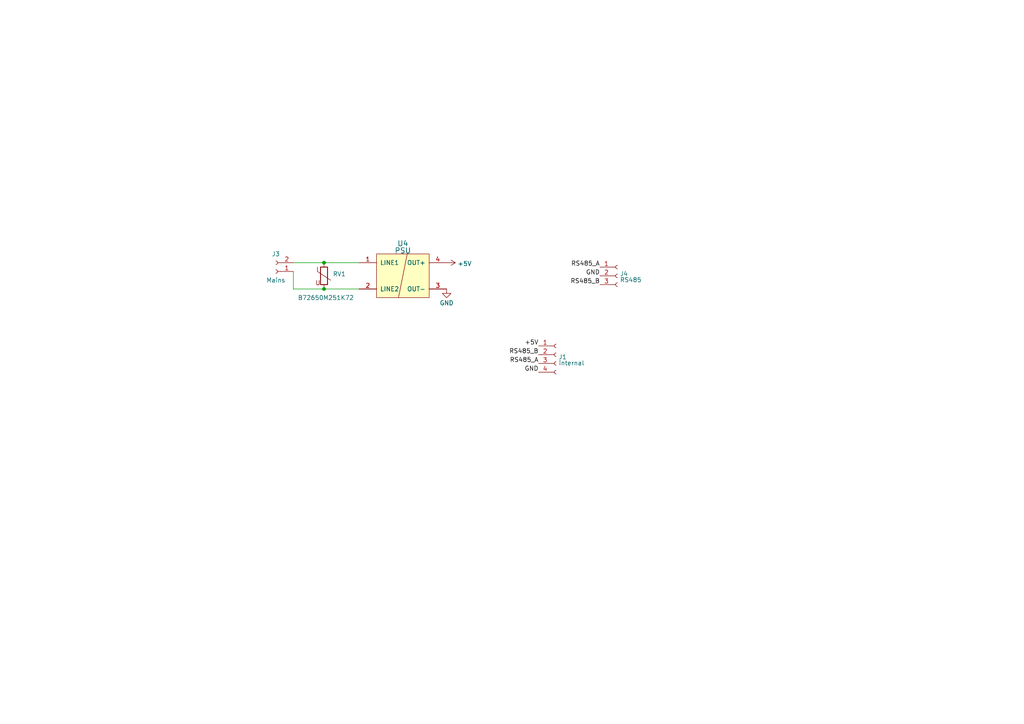
<source format=kicad_sch>
(kicad_sch (version 20221004) (generator eeschema)
  (paper "A4")
  (lib_symbols
    (symbol "Connector:Conn_01x02_Female" (pin_names (offset 1.016) hide)
      (property "Reference" "J" (at 0 2.54 0))
      (property "Value" "Conn_01x02_Female" (at 0 -5.08 0))
      (symbol "Conn_01x02_Female_1_1"
        (arc (start 0 -2.032) (mid -0.5058 -2.54) (end 0 -3.048) (stroke (width 0.1524)))
        (polyline (pts (xy -1.27 -2.54) (xy -0.508 -2.54)) (stroke (width 0.1524)))
        (polyline (pts (xy -1.27 0) (xy -0.508 0)) (stroke (width 0.1524)))
        (arc (start 0 0.508) (mid -0.5058 0) (end 0 -0.508) (stroke (width 0.1524)))
        (pin passive line (at -5.08 0 0) (length 3.81) (name "Pin_1") (number "1"))
        (pin passive line (at -5.08 -2.54 0) (length 3.81) (name "Pin_2") (number "2"))
      )
    )
    (symbol "Connector:Conn_01x03_Female" (pin_names (offset 1.016) hide)
      (property "Reference" "J" (at 0 5.08 0))
      (property "Value" "Conn_01x03_Female" (at 0 -5.08 0))
      (symbol "Conn_01x03_Female_1_1"
        (arc (start 0 -2.032) (mid -0.5058 -2.54) (end 0 -3.048) (stroke (width 0.1524)))
        (polyline (pts (xy -1.27 -2.54) (xy -0.508 -2.54)) (stroke (width 0.1524)))
        (polyline (pts (xy -1.27 0) (xy -0.508 0)) (stroke (width 0.1524)))
        (polyline (pts (xy -1.27 2.54) (xy -0.508 2.54)) (stroke (width 0.1524)))
        (arc (start 0 0.508) (mid -0.5058 0) (end 0 -0.508) (stroke (width 0.1524)))
        (arc (start 0 3.048) (mid -0.5058 2.54) (end 0 2.032) (stroke (width 0.1524)))
        (pin passive line (at -5.08 2.54 0) (length 3.81) (name "Pin_1") (number "1"))
        (pin passive line (at -5.08 0 0) (length 3.81) (name "Pin_2") (number "2"))
        (pin passive line (at -5.08 -2.54 0) (length 3.81) (name "Pin_3") (number "3"))
      )
    )
    (symbol "Connector:Conn_01x04_Female" (pin_names (offset 1.016) hide)
      (property "Reference" "J" (at 0 5.08 0))
      (property "Value" "Conn_01x04_Female" (at 0 -7.62 0))
      (symbol "Conn_01x04_Female_1_1"
        (arc (start 0 -4.572) (mid -0.5058 -5.08) (end 0 -5.588) (stroke (width 0.1524)))
        (arc (start 0 -2.032) (mid -0.5058 -2.54) (end 0 -3.048) (stroke (width 0.1524)))
        (polyline (pts (xy -1.27 -5.08) (xy -0.508 -5.08)) (stroke (width 0.1524)))
        (polyline (pts (xy -1.27 -2.54) (xy -0.508 -2.54)) (stroke (width 0.1524)))
        (polyline (pts (xy -1.27 0) (xy -0.508 0)) (stroke (width 0.1524)))
        (polyline (pts (xy -1.27 2.54) (xy -0.508 2.54)) (stroke (width 0.1524)))
        (arc (start 0 0.508) (mid -0.5058 0) (end 0 -0.508) (stroke (width 0.1524)))
        (arc (start 0 3.048) (mid -0.5058 2.54) (end 0 2.032) (stroke (width 0.1524)))
        (pin passive line (at -5.08 2.54 0) (length 3.81) (name "Pin_1") (number "1"))
        (pin passive line (at -5.08 0 0) (length 3.81) (name "Pin_2") (number "2"))
        (pin passive line (at -5.08 -2.54 0) (length 3.81) (name "Pin_3") (number "3"))
        (pin passive line (at -5.08 -5.08 0) (length 3.81) (name "Pin_4") (number "4"))
      )
    )
    (symbol "Device:Varistor" (pin_numbers hide) (pin_names (offset 0))
      (property "Reference" "RV" (at 3.175 0 90))
      (property "Value" "Varistor" (at -3.175 0 90))
      (symbol "Varistor_0_0"
        (text "U" (at -1.778 -2.032 0) (effects (font (size 1.27 1.27))))
      )
      (symbol "Varistor_0_1"
        (rectangle (start -1.016 -2.54) (end 1.016 2.54) (stroke (width 0.254)))
        (polyline (pts (xy -1.905 2.54) (xy -1.905 1.27) (xy 1.905 -1.27)))
      )
      (symbol "Varistor_1_1"
        (pin passive line (at 0 3.81 270) (length 1.27) (name "~") (number "1"))
        (pin passive line (at 0 -3.81 90) (length 1.27) (name "~") (number "2"))
      )
    )
    (symbol "Drake:PSU" (pin_names (offset 1.016))
      (property "Reference" "U" (at 0 8.89 0))
      (property "Value" "PSU" (at 0 -8.89 0))
      (symbol "PSU_0_1"
        (rectangle (start -7.62 6.35) (end 7.62 -6.35) (fill (type background)))
        (polyline (pts (xy -1.27 -6.35) (xy 1.27 6.35)))
      )
      (symbol "PSU_1_1"
        (pin input line (at -12.7 3.81 0) (length 5.08) (name "LINE1") (number "1"))
        (pin input line (at -12.7 -3.81 0) (length 5.08) (name "LINE2") (number "2"))
        (pin input line (at 12.7 -3.81 180) (length 5.08) (name "OUT-") (number "3"))
        (pin input line (at 12.7 3.81 180) (length 5.08) (name "OUT+") (number "4"))
      )
    )
    (symbol "power:+5V" (power) (pin_names (offset 0))
      (property "Value" "+5V" (at 0 3.556 0))
      (symbol "+5V_0_1"
        (polyline (pts (xy -0.762 1.27) (xy 0 2.54)))
        (polyline (pts (xy 0 0) (xy 0 2.54)))
        (polyline (pts (xy 0 2.54) (xy 0.762 1.27)))
      )
      (symbol "+5V_1_1"
        (pin power_in line (at 0 0 90) (length 0) hide (name "+5V") (number "1"))
      )
    )
    (symbol "power:GND" (power) (pin_names (offset 0))
      (property "Value" "GND" (at 0 -3.81 0))
      (symbol "GND_0_1"
        (polyline (pts (xy 0 0) (xy 0 -1.27) (xy 1.27 -1.27) (xy 0 -2.54) (xy -1.27 -1.27) (xy 0 -1.27)))
      )
      (symbol "GND_1_1"
        (pin power_in line (at 0 0 270) (length 0) hide (name "GND") (number "1"))
      )
    )
  )
  (junction (at 93.98 76.2))
  (junction (at 93.98 83.82))
  (wire (pts (xy 85.09 83.82) (xy 93.98 83.82)))
  (wire (pts (xy 93.98 83.82) (xy 104.14 83.82)))
  (wire (pts (xy 93.98 76.2) (xy 104.14 76.2)))
  (wire (pts (xy 85.09 76.2) (xy 93.98 76.2)))
  (wire (pts (xy 85.09 78.74) (xy 85.09 83.82)))
  (label "RS485_B" (at 156.21 102.87 180))
  (label "RS485_B" (at 173.99 82.55 180))
  (label "+5V" (at 156.21 100.33 180))
  (label "GND" (at 156.21 107.95 180))
  (label "GND" (at 173.99 80.01 180))
  (label "RS485_A" (at 173.99 77.47 180))
  (label "RS485_A" (at 156.21 105.41 180))
  (symbol (lib_id "Drake:PSU") (at 116.84 80.01 0) (unit 1)
    (property "Reference" "U4" (at 116.84 70.6171 0) (effects (font (size 1.524 1.524))))
    (property "Value" "PSU" (at 116.84 72.6809 0) (effects (font (size 1.524 1.524))))
    (property "Footprint" "Drake:RQG 5V-0.6A-vertical" (effects hide))
  )
  (symbol (lib_id "power:GND") (at 129.54 83.82 0) (unit 1)
    (property "Reference" "#PWR03" (effects hide))
    (property "Value" "GND" (at 129.54 87.8761 0))
  )
  (symbol (lib_id "Connector:Conn_01x03_Female") (at 179.07 80.01 0) (unit 1)
    (property "Reference" "J4" (at 179.7812 79.4155 0) (effects (justify left)))
    (property "Value" "RS485" (at 179.7812 81.1777 0) (effects (justify left)))
    (property "Footprint" "Drake:DG235-3.81-03P" (effects hide))
  )
  (symbol (lib_id "power:+5V") (at 129.54 76.2 270) (unit 1)
    (property "Reference" "#PWR0106" (effects hide))
    (property "Value" "+5V" (at 132.715 76.4866 90) (effects (justify left)))
  )
  (symbol (lib_id "Connector:Conn_01x04_Female") (at 161.29 102.87 0) (unit 1)
    (property "Reference" "J1" (at 162.0012 103.5455 0) (effects (justify left)))
    (property "Value" "internal" (at 162.0012 105.3077 0) (effects (justify left)))
    (property "Footprint" "Connector_PinSocket_2.54mm:PinSocket_1x04_P2.54mm_Vertical" (effects hide))
  )
  (symbol (lib_id "Connector:Conn_01x02_Female") (at 80.01 78.74 180) (unit 1)
    (property "Reference" "J3" (at 80.01 73.66 0))
    (property "Value" "Mains" (at 80.01 81.28 0))
    (property "Footprint" "Drake:DG235-3.81-02P" (effects hide))
  )
  (symbol (lib_id "Device:Varistor") (at 93.98 80.01 0) (unit 1)
    (property "Reference" "RV1" (at 96.5199 79.475 0) (effects (justify left)))
    (property "Value" "B72650M251K72" (at 86.36 86.36 0) (effects (justify left)))
    (property "Footprint" "Resistor_SMD:R_1210_3225Metric_Pad1.30x2.65mm_HandSolder" (effects hide))
  )
)
</source>
